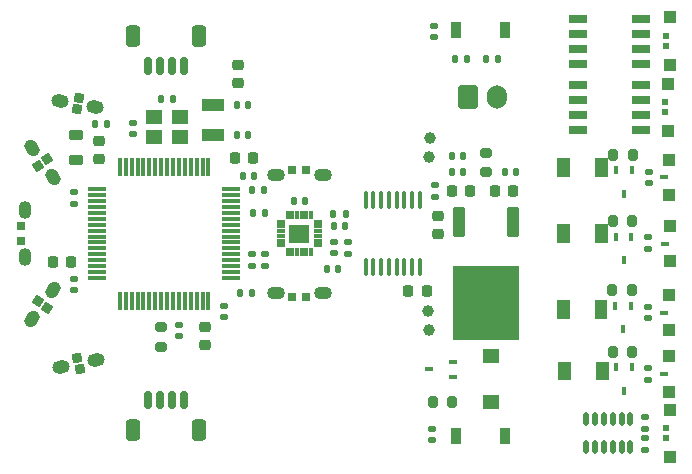
<source format=gbr>
%TF.GenerationSoftware,KiCad,Pcbnew,6.0.7-f9a2dced07~116~ubuntu20.04.1*%
%TF.CreationDate,2022-08-28T21:07:50+05:30*%
%TF.ProjectId,mushak_pcb,6d757368-616b-45f7-9063-622e6b696361,rev?*%
%TF.SameCoordinates,Original*%
%TF.FileFunction,Soldermask,Top*%
%TF.FilePolarity,Negative*%
%FSLAX46Y46*%
G04 Gerber Fmt 4.6, Leading zero omitted, Abs format (unit mm)*
G04 Created by KiCad (PCBNEW 6.0.7-f9a2dced07~116~ubuntu20.04.1) date 2022-08-28 21:07:50*
%MOMM*%
%LPD*%
G01*
G04 APERTURE LIST*
G04 Aperture macros list*
%AMRoundRect*
0 Rectangle with rounded corners*
0 $1 Rounding radius*
0 $2 $3 $4 $5 $6 $7 $8 $9 X,Y pos of 4 corners*
0 Add a 4 corners polygon primitive as box body*
4,1,4,$2,$3,$4,$5,$6,$7,$8,$9,$2,$3,0*
0 Add four circle primitives for the rounded corners*
1,1,$1+$1,$2,$3*
1,1,$1+$1,$4,$5*
1,1,$1+$1,$6,$7*
1,1,$1+$1,$8,$9*
0 Add four rect primitives between the rounded corners*
20,1,$1+$1,$2,$3,$4,$5,0*
20,1,$1+$1,$4,$5,$6,$7,0*
20,1,$1+$1,$6,$7,$8,$9,0*
20,1,$1+$1,$8,$9,$2,$3,0*%
%AMHorizOval*
0 Thick line with rounded ends*
0 $1 width*
0 $2 $3 position (X,Y) of the first rounded end (center of the circle)*
0 $4 $5 position (X,Y) of the second rounded end (center of the circle)*
0 Add line between two ends*
20,1,$1,$2,$3,$4,$5,0*
0 Add two circle primitives to create the rounded ends*
1,1,$1,$2,$3*
1,1,$1,$4,$5*%
%AMRotRect*
0 Rectangle, with rotation*
0 The origin of the aperture is its center*
0 $1 length*
0 $2 width*
0 $3 Rotation angle, in degrees counterclockwise*
0 Add horizontal line*
21,1,$1,$2,0,0,$3*%
G04 Aperture macros list end*
%ADD10C,0.010000*%
%ADD11RoundRect,0.135000X0.135000X0.185000X-0.135000X0.185000X-0.135000X-0.185000X0.135000X-0.185000X0*%
%ADD12R,1.000000X1.000000*%
%ADD13R,0.600000X0.500000*%
%ADD14RoundRect,0.140000X0.170000X-0.140000X0.170000X0.140000X-0.170000X0.140000X-0.170000X-0.140000X0*%
%ADD15RoundRect,0.135000X-0.185000X0.135000X-0.185000X-0.135000X0.185000X-0.135000X0.185000X0.135000X0*%
%ADD16RoundRect,0.140000X0.140000X0.170000X-0.140000X0.170000X-0.140000X-0.170000X0.140000X-0.170000X0*%
%ADD17RoundRect,0.225000X-0.250000X0.225000X-0.250000X-0.225000X0.250000X-0.225000X0.250000X0.225000X0*%
%ADD18O,1.500000X1.100000*%
%ADD19R,0.800000X0.700000*%
%ADD20R,0.800000X0.400000*%
%ADD21R,1.900000X1.100000*%
%ADD22HorizOval,1.100000X-0.196962X0.034730X0.196962X-0.034730X0*%
%ADD23RotRect,0.800000X0.800000X260.000000*%
%ADD24RoundRect,0.200000X0.200000X0.275000X-0.200000X0.275000X-0.200000X-0.275000X0.200000X-0.275000X0*%
%ADD25R,0.950000X1.400000*%
%ADD26RoundRect,0.140000X-0.170000X0.140000X-0.170000X-0.140000X0.170000X-0.140000X0.170000X0.140000X0*%
%ADD27RoundRect,0.225000X0.225000X0.250000X-0.225000X0.250000X-0.225000X-0.250000X0.225000X-0.250000X0*%
%ADD28R,0.700000X0.450000*%
%ADD29RoundRect,0.135000X0.185000X-0.135000X0.185000X0.135000X-0.185000X0.135000X-0.185000X-0.135000X0*%
%ADD30R,0.450000X0.700000*%
%ADD31RoundRect,0.135000X-0.135000X-0.185000X0.135000X-0.185000X0.135000X0.185000X-0.135000X0.185000X0*%
%ADD32RoundRect,0.147500X0.172500X-0.147500X0.172500X0.147500X-0.172500X0.147500X-0.172500X-0.147500X0*%
%ADD33RoundRect,0.140000X-0.140000X-0.170000X0.140000X-0.170000X0.140000X0.170000X-0.140000X0.170000X0*%
%ADD34RoundRect,0.150000X-0.150000X-0.625000X0.150000X-0.625000X0.150000X0.625000X-0.150000X0.625000X0*%
%ADD35RoundRect,0.250000X-0.350000X-0.650000X0.350000X-0.650000X0.350000X0.650000X-0.350000X0.650000X0*%
%ADD36RoundRect,0.075000X-0.075000X0.700000X-0.075000X-0.700000X0.075000X-0.700000X0.075000X0.700000X0*%
%ADD37RoundRect,0.075000X-0.700000X0.075000X-0.700000X-0.075000X0.700000X-0.075000X0.700000X0.075000X0*%
%ADD38O,0.550000X1.150000*%
%ADD39R,1.500000X0.650000*%
%ADD40RoundRect,0.006600X0.103400X-0.313400X0.103400X0.313400X-0.103400X0.313400X-0.103400X-0.313400X0*%
%ADD41RoundRect,0.006600X0.313400X0.103400X-0.313400X0.103400X-0.313400X-0.103400X0.313400X-0.103400X0*%
%ADD42R,1.700000X1.540000*%
%ADD43RoundRect,0.200000X-0.275000X0.200000X-0.275000X-0.200000X0.275000X-0.200000X0.275000X0.200000X0*%
%ADD44RoundRect,0.225000X-0.225000X-0.250000X0.225000X-0.250000X0.225000X0.250000X-0.225000X0.250000X0*%
%ADD45RoundRect,0.112800X-0.357200X1.147200X-0.357200X-1.147200X0.357200X-1.147200X0.357200X1.147200X0*%
%ADD46R,5.670000X6.230000*%
%ADD47RoundRect,0.250000X-0.600000X-0.750000X0.600000X-0.750000X0.600000X0.750000X-0.600000X0.750000X0*%
%ADD48O,1.700000X2.000000*%
%ADD49R,1.410000X1.260000*%
%ADD50O,1.100000X1.500000*%
%ADD51R,0.700000X0.800000*%
%ADD52RoundRect,0.218750X0.381250X-0.218750X0.381250X0.218750X-0.381250X0.218750X-0.381250X-0.218750X0*%
%ADD53RoundRect,0.147500X0.147500X0.172500X-0.147500X0.172500X-0.147500X-0.172500X0.147500X-0.172500X0*%
%ADD54RoundRect,0.200000X0.275000X-0.200000X0.275000X0.200000X-0.275000X0.200000X-0.275000X-0.200000X0*%
%ADD55R,1.400000X1.200000*%
%ADD56C,1.000000*%
%ADD57RoundRect,0.200000X-0.200000X-0.275000X0.200000X-0.275000X0.200000X0.275000X-0.200000X0.275000X0*%
%ADD58HorizOval,1.100000X-0.114715X0.163830X0.114715X-0.163830X0*%
%ADD59RotRect,0.800000X0.800000X215.000000*%
%ADD60RoundRect,0.150000X0.150000X0.625000X-0.150000X0.625000X-0.150000X-0.625000X0.150000X-0.625000X0*%
%ADD61RoundRect,0.250000X0.350000X0.650000X-0.350000X0.650000X-0.350000X-0.650000X0.350000X-0.650000X0*%
%ADD62HorizOval,1.100000X-0.196962X-0.034730X0.196962X0.034730X0*%
%ADD63RotRect,0.800000X0.800000X280.000000*%
%ADD64RoundRect,0.100000X-0.100000X0.637500X-0.100000X-0.637500X0.100000X-0.637500X0.100000X0.637500X0*%
%ADD65HorizOval,1.100000X-0.114715X-0.163830X0.114715X0.163830X0*%
%ADD66RotRect,0.800000X0.800000X325.000000*%
G04 APERTURE END LIST*
%TO.C,A4*%
G36*
X196855000Y-92103750D02*
G01*
X195855000Y-92103750D01*
X195855000Y-90603750D01*
X196855000Y-90603750D01*
X196855000Y-92103750D01*
G37*
D10*
X196855000Y-92103750D02*
X195855000Y-92103750D01*
X195855000Y-90603750D01*
X196855000Y-90603750D01*
X196855000Y-92103750D01*
G36*
X200055000Y-92103750D02*
G01*
X199055000Y-92103750D01*
X199055000Y-90603750D01*
X200055000Y-90603750D01*
X200055000Y-92103750D01*
G37*
X200055000Y-92103750D02*
X199055000Y-92103750D01*
X199055000Y-90603750D01*
X200055000Y-90603750D01*
X200055000Y-92103750D01*
%TO.C,A2*%
G36*
X196900000Y-109350000D02*
G01*
X195900000Y-109350000D01*
X195900000Y-107850000D01*
X196900000Y-107850000D01*
X196900000Y-109350000D01*
G37*
X196900000Y-109350000D02*
X195900000Y-109350000D01*
X195900000Y-107850000D01*
X196900000Y-107850000D01*
X196900000Y-109350000D01*
G36*
X200100000Y-109350000D02*
G01*
X199100000Y-109350000D01*
X199100000Y-107850000D01*
X200100000Y-107850000D01*
X200100000Y-109350000D01*
G37*
X200100000Y-109350000D02*
X199100000Y-109350000D01*
X199100000Y-107850000D01*
X200100000Y-107850000D01*
X200100000Y-109350000D01*
%TO.C,A3*%
G36*
X200005000Y-97700000D02*
G01*
X199005000Y-97700000D01*
X199005000Y-96200000D01*
X200005000Y-96200000D01*
X200005000Y-97700000D01*
G37*
X200005000Y-97700000D02*
X199005000Y-97700000D01*
X199005000Y-96200000D01*
X200005000Y-96200000D01*
X200005000Y-97700000D01*
G36*
X196805000Y-97700000D02*
G01*
X195805000Y-97700000D01*
X195805000Y-96200000D01*
X196805000Y-96200000D01*
X196805000Y-97700000D01*
G37*
X196805000Y-97700000D02*
X195805000Y-97700000D01*
X195805000Y-96200000D01*
X196805000Y-96200000D01*
X196805000Y-97700000D01*
%TO.C,A1*%
G36*
X200000000Y-104150000D02*
G01*
X199000000Y-104150000D01*
X199000000Y-102650000D01*
X200000000Y-102650000D01*
X200000000Y-104150000D01*
G37*
X200000000Y-104150000D02*
X199000000Y-104150000D01*
X199000000Y-102650000D01*
X200000000Y-102650000D01*
X200000000Y-104150000D01*
G36*
X196800000Y-104150000D02*
G01*
X195800000Y-104150000D01*
X195800000Y-102650000D01*
X196800000Y-102650000D01*
X196800000Y-104150000D01*
G37*
X196800000Y-104150000D02*
X195800000Y-104150000D01*
X195800000Y-102650000D01*
X196800000Y-102650000D01*
X196800000Y-104150000D01*
%TD*%
D11*
%TO.C,R26*%
X171110000Y-95250000D03*
X170090000Y-95250000D03*
%TD*%
D12*
%TO.C,J4*%
X205250000Y-88300000D03*
D13*
X204950000Y-86700000D03*
X204950000Y-85900000D03*
D12*
X205250000Y-84300000D03*
%TD*%
D14*
%TO.C,C6*%
X203550000Y-109380000D03*
X203550000Y-108420000D03*
%TD*%
D15*
%TO.C,R15*%
X203250000Y-114290000D03*
X203250000Y-115310000D03*
%TD*%
D16*
%TO.C,C11*%
X163280000Y-85600000D03*
X162320000Y-85600000D03*
%TD*%
D17*
%TO.C,C2*%
X166000000Y-104925000D03*
X166000000Y-106475000D03*
%TD*%
D18*
%TO.C,J11*%
X176000000Y-92000000D03*
D19*
X174600000Y-91650000D03*
X173400000Y-91650000D03*
D18*
X172000000Y-92000000D03*
%TD*%
D12*
%TO.C,J8*%
X205350000Y-99350000D03*
D20*
X204950000Y-97850000D03*
D12*
X205350000Y-96350000D03*
%TD*%
D21*
%TO.C,Y2*%
X166700000Y-88650000D03*
X166700000Y-86150000D03*
%TD*%
D22*
%TO.C,J16*%
X153772788Y-85739528D03*
D23*
X155163176Y-86492404D03*
X155336824Y-85507596D03*
D22*
X156727212Y-86260472D03*
%TD*%
D24*
%TO.C,R12*%
X202175000Y-107000000D03*
X200525000Y-107000000D03*
%TD*%
D15*
%TO.C,R20*%
X178100000Y-97690000D03*
X178100000Y-98710000D03*
%TD*%
D25*
%TO.C,SW2*%
X187225000Y-114100000D03*
X191375000Y-114100000D03*
%TD*%
D12*
%TO.C,J7*%
X205300000Y-110400000D03*
D20*
X204900000Y-108900000D03*
D12*
X205300000Y-107400000D03*
%TD*%
D26*
%TO.C,C9*%
X154900000Y-100820000D03*
X154900000Y-101780000D03*
%TD*%
D27*
%TO.C,C8*%
X192075000Y-93400000D03*
X190525000Y-93400000D03*
%TD*%
D18*
%TO.C,J13*%
X172000000Y-102000000D03*
D19*
X173400000Y-102350000D03*
X174600000Y-102350000D03*
D18*
X176000000Y-102000000D03*
%TD*%
D28*
%TO.C,Q1*%
X187000000Y-109150000D03*
X187000000Y-107850000D03*
X185000000Y-108500000D03*
%TD*%
D14*
%TO.C,C15*%
X159900000Y-88580000D03*
X159900000Y-87620000D03*
%TD*%
%TO.C,C37*%
X203600000Y-92730000D03*
X203600000Y-91770000D03*
%TD*%
D17*
%TO.C,C19*%
X157000000Y-89125000D03*
X157000000Y-90675000D03*
%TD*%
D29*
%TO.C,R14*%
X203250000Y-113510000D03*
X203250000Y-112490000D03*
%TD*%
D30*
%TO.C,Q3*%
X202150000Y-108300000D03*
X200850000Y-108300000D03*
X201500000Y-110300000D03*
%TD*%
D31*
%TO.C,R3*%
X189790000Y-82200000D03*
X190810000Y-82200000D03*
%TD*%
D11*
%TO.C,R2*%
X188210000Y-82200000D03*
X187190000Y-82200000D03*
%TD*%
D26*
%TO.C,C10*%
X167600000Y-103120000D03*
X167600000Y-104080000D03*
%TD*%
D32*
%TO.C,D6*%
X163800000Y-105685000D03*
X163800000Y-104715000D03*
%TD*%
D16*
%TO.C,C32*%
X177880000Y-96400000D03*
X176920000Y-96400000D03*
%TD*%
D12*
%TO.C,J6*%
X205300000Y-105200000D03*
D20*
X204900000Y-103700000D03*
D12*
X205300000Y-102200000D03*
%TD*%
D33*
%TO.C,C16*%
X169220000Y-92100000D03*
X170180000Y-92100000D03*
%TD*%
D34*
%TO.C,J3*%
X161200000Y-82825000D03*
X162200000Y-82825000D03*
X163200000Y-82825000D03*
X164200000Y-82825000D03*
D35*
X165500000Y-80300000D03*
X159900000Y-80300000D03*
%TD*%
D15*
%TO.C,R17*%
X170000000Y-98690000D03*
X170000000Y-99710000D03*
%TD*%
D30*
%TO.C,Q2*%
X202050000Y-103100000D03*
X200750000Y-103100000D03*
X201400000Y-105100000D03*
%TD*%
D24*
%TO.C,R7*%
X202125000Y-101800000D03*
X200475000Y-101800000D03*
%TD*%
D14*
%TO.C,C3*%
X185400000Y-80380000D03*
X185400000Y-79420000D03*
%TD*%
D30*
%TO.C,Q4*%
X202100000Y-97250000D03*
X200800000Y-97250000D03*
X201450000Y-99250000D03*
%TD*%
D36*
%TO.C,U6*%
X166300000Y-91325000D03*
X165800000Y-91325000D03*
X165300000Y-91325000D03*
X164800000Y-91325000D03*
X164300000Y-91325000D03*
X163800000Y-91325000D03*
X163300000Y-91325000D03*
X162800000Y-91325000D03*
X162300000Y-91325000D03*
X161800000Y-91325000D03*
X161300000Y-91325000D03*
X160800000Y-91325000D03*
X160300000Y-91325000D03*
X159800000Y-91325000D03*
X159300000Y-91325000D03*
X158800000Y-91325000D03*
D37*
X156875000Y-93250000D03*
X156875000Y-93750000D03*
X156875000Y-94250000D03*
X156875000Y-94750000D03*
X156875000Y-95250000D03*
X156875000Y-95750000D03*
X156875000Y-96250000D03*
X156875000Y-96750000D03*
X156875000Y-97250000D03*
X156875000Y-97750000D03*
X156875000Y-98250000D03*
X156875000Y-98750000D03*
X156875000Y-99250000D03*
X156875000Y-99750000D03*
X156875000Y-100250000D03*
X156875000Y-100750000D03*
D36*
X158800000Y-102675000D03*
X159300000Y-102675000D03*
X159800000Y-102675000D03*
X160300000Y-102675000D03*
X160800000Y-102675000D03*
X161300000Y-102675000D03*
X161800000Y-102675000D03*
X162300000Y-102675000D03*
X162800000Y-102675000D03*
X163300000Y-102675000D03*
X163800000Y-102675000D03*
X164300000Y-102675000D03*
X164800000Y-102675000D03*
X165300000Y-102675000D03*
X165800000Y-102675000D03*
X166300000Y-102675000D03*
D37*
X168225000Y-100750000D03*
X168225000Y-100250000D03*
X168225000Y-99750000D03*
X168225000Y-99250000D03*
X168225000Y-98750000D03*
X168225000Y-98250000D03*
X168225000Y-97750000D03*
X168225000Y-97250000D03*
X168225000Y-96750000D03*
X168225000Y-96250000D03*
X168225000Y-95750000D03*
X168225000Y-95250000D03*
X168225000Y-94750000D03*
X168225000Y-94250000D03*
X168225000Y-93750000D03*
X168225000Y-93250000D03*
%TD*%
D33*
%TO.C,C21*%
X168700000Y-86150000D03*
X169660000Y-86150000D03*
%TD*%
%TO.C,C14*%
X170020000Y-93300000D03*
X170980000Y-93300000D03*
%TD*%
D38*
%TO.C,U4*%
X198275000Y-115100000D03*
X199025000Y-115100000D03*
X199775000Y-115100000D03*
X200525000Y-115100000D03*
X201275000Y-115100000D03*
X202025000Y-115100000D03*
X202025000Y-112700000D03*
X201275000Y-112700000D03*
X200525000Y-112700000D03*
X199775000Y-112700000D03*
X199025000Y-112700000D03*
X198275000Y-112700000D03*
%TD*%
D39*
%TO.C,IC2*%
X197550000Y-78795000D03*
X197550000Y-80065000D03*
X197550000Y-81335000D03*
X197550000Y-82605000D03*
X202950000Y-82605000D03*
X202950000Y-81335000D03*
X202950000Y-80065000D03*
X202950000Y-78795000D03*
%TD*%
D16*
%TO.C,C33*%
X174480000Y-94200000D03*
X173520000Y-94200000D03*
%TD*%
D40*
%TO.C,U5*%
X173000000Y-98545000D03*
X173400000Y-98545000D03*
X173800000Y-98545000D03*
X174200000Y-98545000D03*
X174600000Y-98545000D03*
X175000000Y-98545000D03*
D41*
X175545000Y-98000000D03*
X175545000Y-97600000D03*
X175545000Y-97200000D03*
X175545000Y-96800000D03*
X175545000Y-96400000D03*
X175545000Y-96000000D03*
D40*
X175000000Y-95455000D03*
X174600000Y-95455000D03*
X174200000Y-95455000D03*
X173800000Y-95455000D03*
X173400000Y-95455000D03*
X173000000Y-95455000D03*
D41*
X172455000Y-96000000D03*
X172455000Y-96400000D03*
X172455000Y-96800000D03*
X172455000Y-97200000D03*
X172455000Y-97600000D03*
X172455000Y-98000000D03*
D42*
X174000000Y-97000000D03*
%TD*%
D16*
%TO.C,C24*%
X192380000Y-91800000D03*
X191420000Y-91800000D03*
%TD*%
D43*
%TO.C,R21*%
X162300000Y-104925000D03*
X162300000Y-106575000D03*
%TD*%
D17*
%TO.C,C12*%
X168800000Y-82725000D03*
X168800000Y-84275000D03*
%TD*%
%TO.C,C27*%
X185700000Y-95525000D03*
X185700000Y-97075000D03*
%TD*%
D14*
%TO.C,C4*%
X185200000Y-114480000D03*
X185200000Y-113520000D03*
%TD*%
D44*
%TO.C,C28*%
X183225000Y-101900000D03*
X184775000Y-101900000D03*
%TD*%
D33*
%TO.C,C17*%
X156720000Y-87700000D03*
X157680000Y-87700000D03*
%TD*%
D14*
%TO.C,C7*%
X154900000Y-94480000D03*
X154900000Y-93520000D03*
%TD*%
D30*
%TO.C,Q5*%
X202150000Y-91650000D03*
X200850000Y-91650000D03*
X201500000Y-93650000D03*
%TD*%
D33*
%TO.C,C25*%
X186920000Y-91800000D03*
X187880000Y-91800000D03*
%TD*%
D44*
%TO.C,C13*%
X186925000Y-93400000D03*
X188475000Y-93400000D03*
%TD*%
%TO.C,C18*%
X168525000Y-90600000D03*
X170075000Y-90600000D03*
%TD*%
D33*
%TO.C,C20*%
X168710000Y-88640000D03*
X169670000Y-88640000D03*
%TD*%
D24*
%TO.C,R24*%
X202225000Y-90350000D03*
X200575000Y-90350000D03*
%TD*%
D45*
%TO.C,U1*%
X192080000Y-96060000D03*
D46*
X189800000Y-102880000D03*
D45*
X187520000Y-96060000D03*
%TD*%
D29*
%TO.C,R25*%
X185500000Y-93910000D03*
X185500000Y-92890000D03*
%TD*%
D47*
%TO.C,J2*%
X188250000Y-85400000D03*
D48*
X190750000Y-85400000D03*
%TD*%
D27*
%TO.C,C1*%
X154675000Y-99400000D03*
X153125000Y-99400000D03*
%TD*%
D14*
%TO.C,C5*%
X203500000Y-104180000D03*
X203500000Y-103220000D03*
%TD*%
D49*
%TO.C,BZ1*%
X190200000Y-111225000D03*
X190200000Y-107375000D03*
%TD*%
D12*
%TO.C,J17*%
X205350000Y-115900000D03*
D13*
X205050000Y-114300000D03*
X205050000Y-113500000D03*
D12*
X205350000Y-111900000D03*
%TD*%
D50*
%TO.C,J15*%
X150750000Y-95000000D03*
D51*
X150400000Y-96400000D03*
X150400000Y-97600000D03*
D50*
X150750000Y-99000000D03*
%TD*%
D52*
%TO.C,FB1*%
X155100000Y-90762500D03*
X155100000Y-88637500D03*
%TD*%
D53*
%TO.C,D1*%
X187885000Y-90400000D03*
X186915000Y-90400000D03*
%TD*%
D54*
%TO.C,R4*%
X189800000Y-91825000D03*
X189800000Y-90175000D03*
%TD*%
D55*
%TO.C,Y1*%
X163900000Y-87150000D03*
X161700000Y-87150000D03*
X161700000Y-88850000D03*
X163900000Y-88850000D03*
%TD*%
D24*
%TO.C,R23*%
X202175000Y-95950000D03*
X200525000Y-95950000D03*
%TD*%
D25*
%TO.C,SW1*%
X187225000Y-79800000D03*
X191375000Y-79800000D03*
%TD*%
D12*
%TO.C,J5*%
X205370000Y-82700000D03*
D13*
X205070000Y-81100000D03*
X205070000Y-80300000D03*
D12*
X205370000Y-78700000D03*
%TD*%
D56*
%TO.C,M1*%
X184925000Y-103575000D03*
X184975000Y-105125000D03*
%TD*%
D31*
%TO.C,R18*%
X176890000Y-95300000D03*
X177910000Y-95300000D03*
%TD*%
D14*
%TO.C,C36*%
X203550000Y-98280000D03*
X203550000Y-97320000D03*
%TD*%
D57*
%TO.C,R1*%
X185275000Y-111300000D03*
X186925000Y-111300000D03*
%TD*%
D58*
%TO.C,J14*%
X151389635Y-89771272D03*
D59*
X151840424Y-91286788D03*
X152659576Y-90713212D03*
D58*
X153110365Y-92228728D03*
%TD*%
D60*
%TO.C,J1*%
X164200000Y-111075000D03*
X163200000Y-111075000D03*
X162200000Y-111075000D03*
X161200000Y-111075000D03*
D61*
X165500000Y-113600000D03*
X159900000Y-113600000D03*
%TD*%
D16*
%TO.C,C26*%
X177280000Y-100000000D03*
X176320000Y-100000000D03*
%TD*%
D26*
%TO.C,C31*%
X176900000Y-97720000D03*
X176900000Y-98680000D03*
%TD*%
D62*
%TO.C,J10*%
X153822788Y-108260472D03*
D63*
X155386824Y-108492404D03*
X155213176Y-107507596D03*
D62*
X156777212Y-107739528D03*
%TD*%
D31*
%TO.C,R19*%
X168990000Y-102000000D03*
X170010000Y-102000000D03*
%TD*%
D64*
%TO.C,U3*%
X184175000Y-94137500D03*
X183525000Y-94137500D03*
X182875000Y-94137500D03*
X182225000Y-94137500D03*
X181575000Y-94137500D03*
X180925000Y-94137500D03*
X180275000Y-94137500D03*
X179625000Y-94137500D03*
X179625000Y-99862500D03*
X180275000Y-99862500D03*
X180925000Y-99862500D03*
X181575000Y-99862500D03*
X182225000Y-99862500D03*
X182875000Y-99862500D03*
X183525000Y-99862500D03*
X184175000Y-99862500D03*
%TD*%
D15*
%TO.C,R16*%
X171100000Y-98690000D03*
X171100000Y-99710000D03*
%TD*%
D39*
%TO.C,IC1*%
X197550000Y-84395000D03*
X197550000Y-85665000D03*
X197550000Y-86935000D03*
X197550000Y-88205000D03*
X202950000Y-88205000D03*
X202950000Y-86935000D03*
X202950000Y-85665000D03*
X202950000Y-84395000D03*
%TD*%
D12*
%TO.C,J9*%
X205300000Y-93750000D03*
D20*
X204900000Y-92250000D03*
D12*
X205300000Y-90750000D03*
%TD*%
D65*
%TO.C,J12*%
X151389635Y-104228728D03*
D66*
X152659576Y-103286788D03*
X151840424Y-102713212D03*
D65*
X153110365Y-101771272D03*
%TD*%
D56*
%TO.C,M2*%
X184975000Y-90475000D03*
X185025000Y-88925000D03*
%TD*%
M02*

</source>
